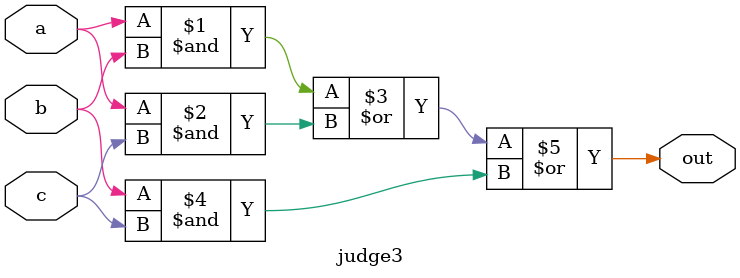
<source format=v>
module judge3(
    input a, b, c, 
    output out      
);
    assign out = (a & b) | (a & c) | (b & c);

endmodule
</source>
